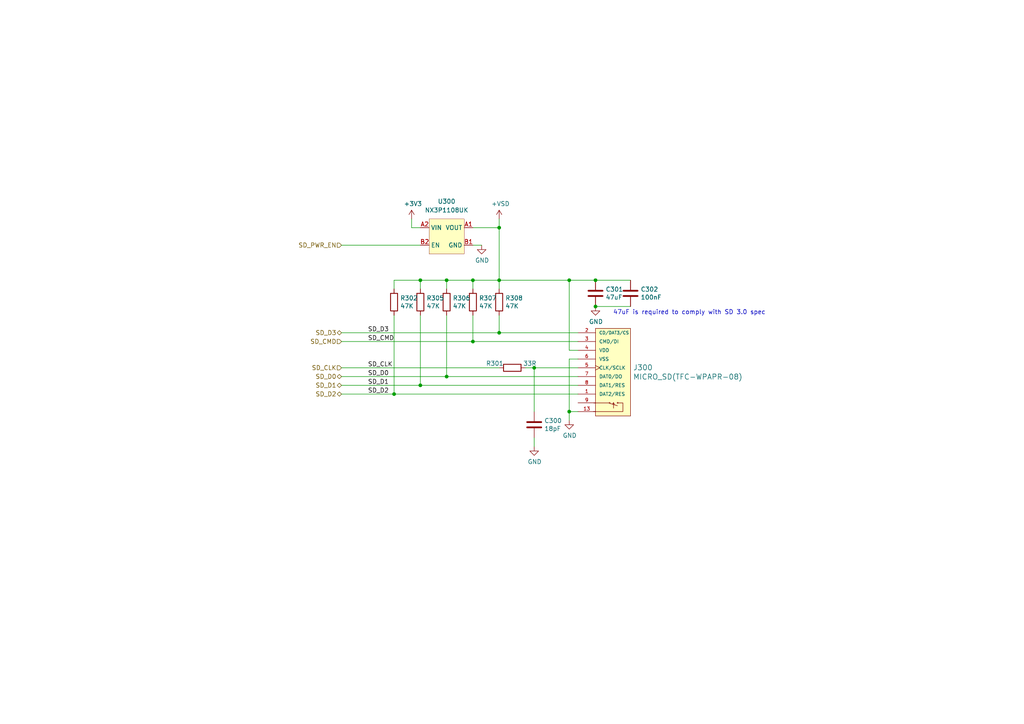
<source format=kicad_sch>
(kicad_sch (version 20210126) (generator eeschema)
  (paper "A4")
  (title_block (title "InuCal") (date "2020-06-30") (rev "R0.1") (company "Wenting Zhang") (comment 1 "zephray@outlook.com"))
  (lib_symbols
    (symbol "Device:C" (pin_numbers hide) (pin_names (offset 0.254))
      (property "Reference" "C" (at 0.635 2.54 0))
      (property "Value" "C" (at 0.635 -2.54 0))
      (symbol "C_0_1"
        (polyline (pts (xy -2.032 -0.762) (xy 2.032 -0.762)) (stroke (width 0.508)))
        (polyline (pts (xy -2.032 0.762) (xy 2.032 0.762)) (stroke (width 0.508)))
      )
      (symbol "C_1_1"
        (pin passive line (at 0 3.81 270) (length 2.794) (name "~") (number "1"))
        (pin passive line (at 0 -3.81 90) (length 2.794) (name "~") (number "2"))
      )
    )
    (symbol "Device:R" (pin_numbers hide) (pin_names (offset 0))
      (property "Reference" "R" (at 2.032 0 90))
      (property "Value" "R" (at 0 0 90))
      (symbol "R_0_1"
        (rectangle (start -1.016 -2.54) (end 1.016 2.54) (stroke (width 0.254)))
      )
      (symbol "R_1_1"
        (pin passive line (at 0 3.81 270) (length 1.27) (name "~") (number "1"))
        (pin passive line (at 0 -3.81 90) (length 1.27) (name "~") (number "2"))
      )
    )
    (symbol "power:+3V3" (power) (pin_names (offset 0))
      (property "Value" "+3V3" (at 0 3.556 0))
      (symbol "+3V3_0_1"
        (polyline (pts (xy -0.762 1.27) (xy 0 2.54)))
        (polyline (pts (xy 0 0) (xy 0 2.54)))
        (polyline (pts (xy 0 2.54) (xy 0.762 1.27)))
      )
      (symbol "+3V3_1_1"
        (pin power_in line (at 0 0 90) (length 0) hide (name "+3V3") (number "1"))
      )
    )
    (symbol "power:GND" (power) (pin_names (offset 0))
      (property "Value" "GND" (at 0 -3.81 0))
      (symbol "GND_0_1"
        (polyline (pts (xy 0 0) (xy 0 -1.27) (xy 1.27 -1.27) (xy 0 -2.54) (xy -1.27 -1.27) (xy 0 -1.27)))
      )
      (symbol "GND_1_1"
        (pin power_in line (at 0 0 270) (length 0) hide (name "GND") (number "1"))
      )
    )
    (symbol "symbols:+VSD" (power) (pin_names (offset 0))
      (property "Value" "+VSD" (at 0 3.556 0))
      (symbol "+VSD_0_1"
        (polyline (pts (xy -0.762 1.27) (xy 0 2.54)))
        (polyline (pts (xy 0 0) (xy 0 2.54)))
        (polyline (pts (xy 0 2.54) (xy 0.762 1.27)))
      )
      (symbol "+VSD_1_1"
        (pin power_in line (at 0 0 90) (length 0) hide (name "+VSD") (number "1"))
      )
    )
    (symbol "symbols:MICRO_SD(TFC-WPAPR-08)" (pin_names (offset 1.016))
      (property "Reference" "MICRO_SD" (at 2.54 15.24 0))
      (property "Value" "MICRO_SD(TFC-WPAPR-08)" (at 0 -12.7 0))
      (symbol "MICRO_SD(TFC-WPAPR-08)_0_0"
        (rectangle (start -2.54 13.97) (end 7.62 -11.43) (fill (type background)))
        (polyline (pts (xy 2.6416 -7.5946) (xy 2.4638 -7.8994)))
        (polyline (pts (xy 2.6924 -7.6962) (xy 2.6924 -9.1694)))
        (polyline (pts (xy 2.667 -7.5438) (xy 2.921 -7.9756) (xy 2.8956 -7.9756)))
      )
      (symbol "MICRO_SD(TFC-WPAPR-08)_0_1"
        (circle (center 1.5494 -7.6454) (radius 0.1524))
        (circle (center 3.8862 -7.62) (radius 0.1524))
        (polyline (pts (xy -3.048 -7.6454) (xy 1.2954 -7.6454)))
        (polyline (pts (xy 1.7018 -7.7978) (xy 3.81 -8.4582)))
        (polyline (pts (xy -3.1496 -10.16) (xy 5.4102 -10.16) (xy 5.4102 -7.6454) (xy 4.1402 -7.6454)))
      )
      (symbol "MICRO_SD(TFC-WPAPR-08)_1_1"
        (pin bidirectional line (at -7.62 -5.08 0) (length 5.08) (name "DAT2/RES") (number "1"))
        (pin passive line (at -7.62 -10.16 0) (length 5.08) hide (name "~") (number "10"))
        (pin passive line (at -7.62 -10.16 0) (length 5.08) hide (name "~") (number "11"))
        (pin passive line (at -7.62 -10.16 0) (length 5.08) hide (name "~") (number "12"))
        (pin passive line (at -7.62 -10.16 0) (length 5.08) (name "~") (number "13"))
        (pin bidirectional line (at -7.62 12.7 0) (length 5.08) (name "CD/DAT3/CS") (number "2"))
        (pin input line (at -7.62 10.16 0) (length 5.08) (name "CMD/DI") (number "3"))
        (pin power_in line (at -7.62 7.62 0) (length 5.08) (name "VDD") (number "4"))
        (pin input clock (at -7.62 2.54 0) (length 5.08) (name "CLK/SCLK") (number "5"))
        (pin power_in line (at -7.62 5.08 0) (length 5.08) (name "VSS") (number "6"))
        (pin bidirectional line (at -7.62 0 0) (length 5.08) (name "DAT0/DO") (number "7"))
        (pin bidirectional line (at -7.62 -2.54 0) (length 5.08) (name "DAT1/RES") (number "8"))
        (pin passive line (at -7.62 -7.62 0) (length 5.08) (name "~") (number "9"))
      )
    )
    (symbol "symbols:NX3P1108UK"
      (property "Reference" "U" (at 0 0 0))
      (property "Value" "NX3P1108UK" (at 0 -2.54 0))
      (symbol "NX3P1108UK_0_1"
        (rectangle (start -5.08 -5.08) (end 5.08 -15.24) (stroke (width 0.001)) (fill (type background)))
      )
      (symbol "NX3P1108UK_1_1"
        (pin power_out line (at 7.62 -7.62 180) (length 2.54) (name "VOUT") (number "A1"))
        (pin power_in line (at -7.62 -7.62 0) (length 2.54) (name "VIN") (number "A2"))
        (pin power_in line (at 7.62 -12.7 180) (length 2.54) (name "GND") (number "B1"))
        (pin input line (at -7.62 -12.7 0) (length 2.54) (name "EN") (number "B2"))
      )
    )
  )
  (junction (at 114.3 114.3) (diameter 0.9144))
  (junction (at 121.92 81.28) (diameter 0.9144))
  (junction (at 121.92 111.76) (diameter 0.9144))
  (junction (at 129.54 81.28) (diameter 0.9144))
  (junction (at 129.54 109.22) (diameter 0.9144))
  (junction (at 137.16 81.28) (diameter 0.9144))
  (junction (at 137.16 99.06) (diameter 0.9144))
  (junction (at 144.78 66.04) (diameter 0.9144))
  (junction (at 144.78 81.28) (diameter 0.9144))
  (junction (at 144.78 96.52) (diameter 0.9144))
  (junction (at 154.94 106.68) (diameter 0.9144))
  (junction (at 165.1 81.28) (diameter 0.9144))
  (junction (at 165.1 119.38) (diameter 0.9144))
  (junction (at 172.72 81.28) (diameter 0.9144))
  (junction (at 172.72 88.9) (diameter 0.9144))
  (wire (pts (xy 99.06 71.12) (xy 121.92 71.12)))
  (wire (pts (xy 99.06 96.52) (xy 144.78 96.52)))
  (wire (pts (xy 99.06 99.06) (xy 137.16 99.06)))
  (wire (pts (xy 99.06 106.68) (xy 144.78 106.68)))
  (wire (pts (xy 99.06 109.22) (xy 129.54 109.22)))
  (wire (pts (xy 99.06 111.76) (xy 121.92 111.76)))
  (wire (pts (xy 99.06 114.3) (xy 114.3 114.3)))
  (wire (pts (xy 114.3 81.28) (xy 121.92 81.28)))
  (wire (pts (xy 114.3 83.82) (xy 114.3 81.28)))
  (wire (pts (xy 114.3 91.44) (xy 114.3 114.3)))
  (wire (pts (xy 114.3 114.3) (xy 167.64 114.3)))
  (wire (pts (xy 119.38 63.5) (xy 119.38 66.04)))
  (wire (pts (xy 119.38 66.04) (xy 121.92 66.04)))
  (wire (pts (xy 121.92 81.28) (xy 129.54 81.28)))
  (wire (pts (xy 121.92 83.82) (xy 121.92 81.28)))
  (wire (pts (xy 121.92 91.44) (xy 121.92 111.76)))
  (wire (pts (xy 121.92 111.76) (xy 167.64 111.76)))
  (wire (pts (xy 129.54 81.28) (xy 137.16 81.28)))
  (wire (pts (xy 129.54 83.82) (xy 129.54 81.28)))
  (wire (pts (xy 129.54 91.44) (xy 129.54 109.22)))
  (wire (pts (xy 129.54 109.22) (xy 167.64 109.22)))
  (wire (pts (xy 137.16 66.04) (xy 144.78 66.04)))
  (wire (pts (xy 137.16 71.12) (xy 139.7 71.12)))
  (wire (pts (xy 137.16 81.28) (xy 144.78 81.28)))
  (wire (pts (xy 137.16 83.82) (xy 137.16 81.28)))
  (wire (pts (xy 137.16 91.44) (xy 137.16 99.06)))
  (wire (pts (xy 137.16 99.06) (xy 167.64 99.06)))
  (wire (pts (xy 144.78 63.5) (xy 144.78 66.04)))
  (wire (pts (xy 144.78 66.04) (xy 144.78 81.28)))
  (wire (pts (xy 144.78 81.28) (xy 165.1 81.28)))
  (wire (pts (xy 144.78 83.82) (xy 144.78 81.28)))
  (wire (pts (xy 144.78 91.44) (xy 144.78 96.52)))
  (wire (pts (xy 144.78 96.52) (xy 167.64 96.52)))
  (wire (pts (xy 152.4 106.68) (xy 154.94 106.68)))
  (wire (pts (xy 154.94 106.68) (xy 167.64 106.68)))
  (wire (pts (xy 154.94 119.38) (xy 154.94 106.68)))
  (wire (pts (xy 154.94 127) (xy 154.94 129.54)))
  (wire (pts (xy 165.1 81.28) (xy 165.1 101.6)))
  (wire (pts (xy 165.1 81.28) (xy 172.72 81.28)))
  (wire (pts (xy 165.1 101.6) (xy 167.64 101.6)))
  (wire (pts (xy 165.1 104.14) (xy 165.1 119.38)))
  (wire (pts (xy 165.1 119.38) (xy 165.1 121.92)))
  (wire (pts (xy 167.64 104.14) (xy 165.1 104.14)))
  (wire (pts (xy 167.64 119.38) (xy 165.1 119.38)))
  (wire (pts (xy 172.72 81.28) (xy 182.88 81.28)))
  (wire (pts (xy 182.88 88.9) (xy 172.72 88.9)))
  (text "47uF is required to comply with SD 3.0 spec" (at 177.8 91.44 0) (effects (font (size 1.27 1.27)) (justify left bottom)))
  (label "SD_D3" (at 106.68 96.52 0))
  (label "SD_CMD" (at 106.68 99.06 0))
  (label "SD_CLK" (at 106.68 106.68 0))
  (label "SD_D0" (at 106.68 109.22 0))
  (label "SD_D1" (at 106.68 111.76 0))
  (label "SD_D2" (at 106.68 114.3 0))
  (hierarchical_label "SD_PWR_EN" (shape input) (at 99.06 71.12 180))
  (hierarchical_label "SD_D3" (shape bidirectional) (at 99.06 96.52 180))
  (hierarchical_label "SD_CMD" (shape input) (at 99.06 99.06 180))
  (hierarchical_label "SD_CLK" (shape input) (at 99.06 106.68 180))
  (hierarchical_label "SD_D0" (shape bidirectional) (at 99.06 109.22 180))
  (hierarchical_label "SD_D1" (shape bidirectional) (at 99.06 111.76 180))
  (hierarchical_label "SD_D2" (shape bidirectional) (at 99.06 114.3 180))
  (symbol (lib_id "power:+3V3") (at 119.38 63.5 0) (unit 1)
    (property "Reference" "#PWR041" (effects hide))
    (property "Value" "+3V3" (at 119.761 59.1058 0))
  )
  (symbol (lib_id "symbols:+VSD") (at 144.78 63.5 0) (unit 1)
    (property "Reference" "#PWR043" (effects hide))
    (property "Value" "+VSD" (at 145.161 59.1058 0))
  )
  (symbol (lib_id "power:GND") (at 139.7 71.12 0) (unit 1)
    (property "Reference" "#PWR042" (effects hide))
    (property "Value" "GND" (at 139.827 75.5142 0))
  )
  (symbol (lib_id "power:GND") (at 154.94 129.54 0) (unit 1)
    (property "Reference" "#PWR0201" (effects hide))
    (property "Value" "GND" (at 155.067 133.9342 0))
  )
  (symbol (lib_id "power:GND") (at 165.1 121.92 0) (unit 1)
    (property "Reference" "#PWR0200" (effects hide))
    (property "Value" "GND" (at 165.227 126.3142 0))
  )
  (symbol (lib_id "power:GND") (at 172.72 88.9 0) (unit 1)
    (property "Reference" "#PWR0202" (effects hide))
    (property "Value" "GND" (at 172.847 93.2942 0))
  )
  (symbol (lib_id "Device:R") (at 114.3 87.63 0) (unit 1)
    (property "Reference" "R302" (at 116.078 86.4616 0) (effects (justify left)))
    (property "Value" "47K" (at 116.078 88.773 0) (effects (justify left)))
    (property "Footprint" "Resistor_SMD:R_0402_1005Metric" (effects hide))
  )
  (symbol (lib_id "Device:R") (at 121.92 87.63 0) (unit 1)
    (property "Reference" "R305" (at 123.698 86.4616 0) (effects (justify left)))
    (property "Value" "47K" (at 123.698 88.773 0) (effects (justify left)))
    (property "Footprint" "Resistor_SMD:R_0402_1005Metric" (effects hide))
  )
  (symbol (lib_id "Device:R") (at 129.54 87.63 0) (unit 1)
    (property "Reference" "R306" (at 131.318 86.4616 0) (effects (justify left)))
    (property "Value" "47K" (at 131.318 88.773 0) (effects (justify left)))
    (property "Footprint" "Resistor_SMD:R_0402_1005Metric" (effects hide))
  )
  (symbol (lib_id "Device:R") (at 137.16 87.63 0) (unit 1)
    (property "Reference" "R307" (at 138.938 86.4616 0) (effects (justify left)))
    (property "Value" "47K" (at 138.938 88.773 0) (effects (justify left)))
    (property "Footprint" "Resistor_SMD:R_0402_1005Metric" (effects hide))
  )
  (symbol (lib_id "Device:R") (at 144.78 87.63 0) (unit 1)
    (property "Reference" "R308" (at 146.558 86.4616 0) (effects (justify left)))
    (property "Value" "47K" (at 146.558 88.773 0) (effects (justify left)))
    (property "Footprint" "Resistor_SMD:R_0402_1005Metric" (effects hide))
  )
  (symbol (lib_id "Device:R") (at 148.59 106.68 270) (unit 1)
    (property "Reference" "R301" (at 143.51 105.41 90))
    (property "Value" "33R" (at 153.67 105.41 90))
    (property "Footprint" "Resistor_SMD:R_0402_1005Metric" (effects hide))
  )
  (symbol (lib_id "Device:C") (at 154.94 123.19 0) (unit 1)
    (property "Reference" "C300" (at 157.861 122.0216 0) (effects (justify left)))
    (property "Value" "18pF" (at 157.861 124.333 0) (effects (justify left)))
    (property "Footprint" "Capacitor_SMD:C_0402_1005Metric" (effects hide))
  )
  (symbol (lib_id "Device:C") (at 172.72 85.09 0) (unit 1)
    (property "Reference" "C301" (at 175.641 83.9216 0) (effects (justify left)))
    (property "Value" "47uF" (at 175.641 86.233 0) (effects (justify left)))
    (property "Footprint" "Capacitor_SMD:C_0805_2012Metric" (effects hide))
  )
  (symbol (lib_id "Device:C") (at 182.88 85.09 0) (unit 1)
    (property "Reference" "C302" (at 185.801 83.9216 0) (effects (justify left)))
    (property "Value" "100nF" (at 185.801 86.233 0) (effects (justify left)))
    (property "Footprint" "Capacitor_SMD:C_0402_1005Metric" (effects hide))
  )
  (symbol (lib_id "symbols:NX3P1108UK") (at 129.54 58.42 0) (unit 1)
    (property "Reference" "U300" (at 129.54 58.42 0))
    (property "Value" "NX3P1108UK" (at 129.54 60.96 0))
    (property "Footprint" "Package_CSP:WLCSP-4-X1-WLB0909-4_0.89x0.89mm_P0.5mm" (effects hide))
  )
  (symbol (lib_id "symbols:MICRO_SD(TFC-WPAPR-08)") (at 175.26 109.22 0) (unit 1)
    (property "Reference" "J300" (at 183.591 106.604 0) (effects (font (size 1.524 1.524)) (justify left)))
    (property "Value" "MICRO_SD(TFC-WPAPR-08)" (at 183.5912 109.2962 0) (effects (font (size 1.524 1.524)) (justify left)))
    (property "Footprint" "footprints:TFC-WPAPR-08" (effects hide))
  )
)
</source>
